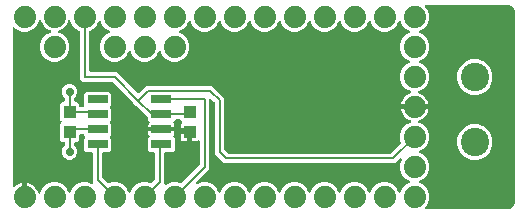
<source format=gbr>
G04 EAGLE Gerber RS-274X export*
G75*
%MOMM*%
%FSLAX34Y34*%
%LPD*%
%AMOC8*
5,1,8,0,0,1.08239X$1,22.5*%
G01*
%ADD10C,1.879600*%
%ADD11R,1.000000X1.100000*%
%ADD12R,1.700000X0.700000*%
%ADD13C,2.400000*%
%ADD14C,0.203200*%
%ADD15C,0.508000*%
%ADD16C,0.705600*%

G36*
X322721Y49416D02*
X322721Y49416D01*
X322809Y49419D01*
X322862Y49436D01*
X322916Y49444D01*
X322996Y49479D01*
X323079Y49506D01*
X323119Y49534D01*
X323176Y49560D01*
X323289Y49656D01*
X323353Y49701D01*
X331210Y57559D01*
X331211Y57560D01*
X331213Y57561D01*
X331297Y57674D01*
X331381Y57786D01*
X331382Y57787D01*
X331383Y57789D01*
X331433Y57922D01*
X331482Y58052D01*
X331483Y58053D01*
X331483Y58055D01*
X331494Y58195D01*
X331506Y58335D01*
X331506Y58336D01*
X331506Y58338D01*
X331502Y58354D01*
X331450Y58614D01*
X331436Y58641D01*
X331430Y58665D01*
X330453Y61024D01*
X330453Y65976D01*
X332348Y70551D01*
X335849Y74052D01*
X339511Y75569D01*
X339571Y75604D01*
X339635Y75630D01*
X339693Y75676D01*
X339756Y75713D01*
X339804Y75763D01*
X339858Y75806D01*
X339901Y75866D01*
X339951Y75920D01*
X339983Y75981D01*
X340023Y76038D01*
X340048Y76107D01*
X340082Y76173D01*
X340095Y76240D01*
X340118Y76306D01*
X340122Y76379D01*
X340137Y76452D01*
X340131Y76520D01*
X340135Y76589D01*
X340119Y76661D01*
X340112Y76735D01*
X340087Y76799D01*
X340072Y76867D01*
X340037Y76931D01*
X340010Y77000D01*
X339969Y77055D01*
X339935Y77116D01*
X339883Y77168D01*
X339839Y77227D01*
X339783Y77268D01*
X339734Y77317D01*
X339679Y77346D01*
X339611Y77397D01*
X339503Y77438D01*
X339437Y77472D01*
X338317Y77836D01*
X336643Y78689D01*
X335122Y79794D01*
X333794Y81122D01*
X332689Y82643D01*
X331836Y84317D01*
X331255Y86104D01*
X331134Y86869D01*
X341884Y86869D01*
X341942Y86877D01*
X342000Y86875D01*
X342082Y86897D01*
X342165Y86909D01*
X342219Y86933D01*
X342275Y86947D01*
X342348Y86990D01*
X342425Y87025D01*
X342469Y87063D01*
X342520Y87093D01*
X342577Y87154D01*
X342642Y87209D01*
X342674Y87257D01*
X342714Y87300D01*
X342753Y87375D01*
X342799Y87445D01*
X342817Y87501D01*
X342844Y87553D01*
X342855Y87621D01*
X342885Y87716D01*
X342888Y87816D01*
X342899Y87884D01*
X342899Y89916D01*
X342892Y89964D01*
X342892Y89969D01*
X342891Y89974D01*
X342892Y90032D01*
X342871Y90114D01*
X342859Y90197D01*
X342835Y90251D01*
X342821Y90307D01*
X342778Y90380D01*
X342743Y90457D01*
X342705Y90502D01*
X342675Y90552D01*
X342614Y90610D01*
X342559Y90674D01*
X342511Y90706D01*
X342468Y90746D01*
X342393Y90785D01*
X342323Y90831D01*
X342267Y90849D01*
X342215Y90876D01*
X342147Y90887D01*
X342052Y90917D01*
X341952Y90920D01*
X341884Y90931D01*
X331134Y90931D01*
X331255Y91696D01*
X331836Y93483D01*
X332689Y95157D01*
X333794Y96678D01*
X335122Y98006D01*
X336643Y99111D01*
X338317Y99964D01*
X339437Y100328D01*
X339499Y100358D01*
X339565Y100379D01*
X339626Y100420D01*
X339692Y100453D01*
X339743Y100499D01*
X339801Y100538D01*
X339848Y100594D01*
X339903Y100643D01*
X339939Y100702D01*
X339984Y100755D01*
X340014Y100822D01*
X340052Y100885D01*
X340071Y100952D01*
X340099Y101015D01*
X340109Y101088D01*
X340129Y101159D01*
X340129Y101228D01*
X340138Y101296D01*
X340128Y101369D01*
X340127Y101443D01*
X340107Y101510D01*
X340097Y101578D01*
X340067Y101645D01*
X340046Y101716D01*
X340009Y101774D01*
X339980Y101837D01*
X339933Y101893D01*
X339893Y101955D01*
X339841Y102001D01*
X339796Y102053D01*
X339743Y102086D01*
X339679Y102143D01*
X339575Y102192D01*
X339511Y102231D01*
X335849Y103748D01*
X332348Y107249D01*
X330453Y111824D01*
X330453Y116776D01*
X332348Y121351D01*
X335849Y124852D01*
X338771Y126062D01*
X338796Y126077D01*
X338824Y126086D01*
X338919Y126149D01*
X339016Y126207D01*
X339036Y126228D01*
X339061Y126244D01*
X339134Y126331D01*
X339211Y126413D01*
X339225Y126439D01*
X339244Y126462D01*
X339290Y126565D01*
X339341Y126666D01*
X339347Y126695D01*
X339359Y126722D01*
X339375Y126834D01*
X339396Y126945D01*
X339394Y126974D01*
X339398Y127003D01*
X339382Y127115D01*
X339372Y127228D01*
X339361Y127255D01*
X339357Y127285D01*
X339311Y127388D01*
X339270Y127493D01*
X339252Y127517D01*
X339240Y127544D01*
X339167Y127630D01*
X339098Y127720D01*
X339075Y127738D01*
X339056Y127760D01*
X338989Y127802D01*
X338871Y127890D01*
X338812Y127912D01*
X338771Y127938D01*
X335849Y129148D01*
X332348Y132649D01*
X330453Y137224D01*
X330453Y142176D01*
X332348Y146751D01*
X335849Y150252D01*
X338771Y151462D01*
X338796Y151477D01*
X338824Y151486D01*
X338919Y151549D01*
X339016Y151607D01*
X339036Y151628D01*
X339061Y151644D01*
X339133Y151731D01*
X339211Y151813D01*
X339225Y151839D01*
X339243Y151862D01*
X339289Y151965D01*
X339341Y152066D01*
X339347Y152095D01*
X339359Y152122D01*
X339375Y152234D01*
X339396Y152345D01*
X339394Y152374D01*
X339398Y152403D01*
X339382Y152515D01*
X339372Y152628D01*
X339361Y152655D01*
X339357Y152684D01*
X339311Y152788D01*
X339270Y152893D01*
X339252Y152917D01*
X339240Y152944D01*
X339167Y153030D01*
X339098Y153120D01*
X339075Y153138D01*
X339056Y153160D01*
X338989Y153202D01*
X338871Y153290D01*
X338812Y153312D01*
X338771Y153338D01*
X335849Y154548D01*
X332348Y158049D01*
X331138Y160971D01*
X331123Y160996D01*
X331114Y161024D01*
X331051Y161119D01*
X330993Y161216D01*
X330972Y161236D01*
X330956Y161261D01*
X330869Y161333D01*
X330787Y161411D01*
X330761Y161425D01*
X330738Y161443D01*
X330635Y161489D01*
X330534Y161541D01*
X330505Y161547D01*
X330478Y161559D01*
X330366Y161575D01*
X330255Y161596D01*
X330226Y161594D01*
X330197Y161598D01*
X330085Y161582D01*
X329972Y161572D01*
X329945Y161561D01*
X329916Y161557D01*
X329812Y161511D01*
X329707Y161470D01*
X329683Y161452D01*
X329656Y161440D01*
X329570Y161367D01*
X329480Y161298D01*
X329462Y161275D01*
X329440Y161256D01*
X329398Y161189D01*
X329310Y161071D01*
X329288Y161012D01*
X329262Y160971D01*
X328052Y158049D01*
X324551Y154548D01*
X319976Y152653D01*
X315024Y152653D01*
X310449Y154548D01*
X306948Y158049D01*
X305738Y160971D01*
X305723Y160996D01*
X305714Y161024D01*
X305651Y161119D01*
X305593Y161216D01*
X305572Y161236D01*
X305556Y161261D01*
X305469Y161333D01*
X305387Y161411D01*
X305361Y161425D01*
X305338Y161443D01*
X305235Y161489D01*
X305134Y161541D01*
X305105Y161547D01*
X305078Y161559D01*
X304966Y161575D01*
X304855Y161596D01*
X304826Y161594D01*
X304797Y161598D01*
X304685Y161582D01*
X304572Y161572D01*
X304545Y161561D01*
X304516Y161557D01*
X304412Y161511D01*
X304307Y161470D01*
X304283Y161452D01*
X304256Y161440D01*
X304170Y161367D01*
X304080Y161298D01*
X304062Y161275D01*
X304040Y161256D01*
X303998Y161189D01*
X303910Y161071D01*
X303888Y161012D01*
X303862Y160971D01*
X302652Y158049D01*
X299151Y154548D01*
X294576Y152653D01*
X289624Y152653D01*
X285049Y154548D01*
X281548Y158049D01*
X280338Y160971D01*
X280323Y160996D01*
X280314Y161024D01*
X280251Y161119D01*
X280193Y161216D01*
X280172Y161236D01*
X280156Y161261D01*
X280069Y161333D01*
X279987Y161411D01*
X279961Y161425D01*
X279938Y161443D01*
X279835Y161489D01*
X279734Y161541D01*
X279705Y161547D01*
X279678Y161559D01*
X279566Y161575D01*
X279455Y161596D01*
X279426Y161594D01*
X279397Y161598D01*
X279285Y161582D01*
X279172Y161572D01*
X279145Y161561D01*
X279116Y161557D01*
X279012Y161511D01*
X278907Y161470D01*
X278883Y161452D01*
X278856Y161440D01*
X278770Y161367D01*
X278680Y161298D01*
X278662Y161275D01*
X278640Y161256D01*
X278598Y161189D01*
X278510Y161071D01*
X278488Y161012D01*
X278462Y160971D01*
X277252Y158049D01*
X273751Y154548D01*
X269176Y152653D01*
X264224Y152653D01*
X259649Y154548D01*
X256148Y158049D01*
X254938Y160971D01*
X254923Y160996D01*
X254914Y161024D01*
X254851Y161119D01*
X254793Y161216D01*
X254772Y161236D01*
X254756Y161261D01*
X254669Y161333D01*
X254587Y161411D01*
X254561Y161425D01*
X254538Y161443D01*
X254435Y161489D01*
X254334Y161541D01*
X254305Y161547D01*
X254278Y161559D01*
X254166Y161575D01*
X254055Y161596D01*
X254026Y161594D01*
X253997Y161598D01*
X253885Y161582D01*
X253772Y161572D01*
X253745Y161561D01*
X253716Y161557D01*
X253612Y161511D01*
X253507Y161470D01*
X253483Y161452D01*
X253456Y161440D01*
X253370Y161367D01*
X253280Y161298D01*
X253262Y161275D01*
X253240Y161256D01*
X253198Y161189D01*
X253110Y161071D01*
X253088Y161012D01*
X253062Y160971D01*
X251852Y158049D01*
X248351Y154548D01*
X243776Y152653D01*
X238824Y152653D01*
X234249Y154548D01*
X230748Y158049D01*
X229538Y160971D01*
X229523Y160996D01*
X229514Y161024D01*
X229451Y161119D01*
X229393Y161216D01*
X229372Y161236D01*
X229356Y161261D01*
X229269Y161334D01*
X229187Y161411D01*
X229161Y161425D01*
X229138Y161444D01*
X229035Y161490D01*
X228934Y161541D01*
X228905Y161547D01*
X228878Y161559D01*
X228766Y161575D01*
X228655Y161596D01*
X228626Y161594D01*
X228597Y161598D01*
X228485Y161582D01*
X228372Y161572D01*
X228345Y161561D01*
X228315Y161557D01*
X228212Y161511D01*
X228107Y161470D01*
X228083Y161452D01*
X228056Y161440D01*
X227970Y161367D01*
X227880Y161298D01*
X227862Y161275D01*
X227840Y161256D01*
X227798Y161189D01*
X227710Y161071D01*
X227688Y161012D01*
X227662Y160971D01*
X226452Y158049D01*
X222951Y154548D01*
X218376Y152653D01*
X213424Y152653D01*
X208849Y154548D01*
X205348Y158049D01*
X204138Y160971D01*
X204123Y160996D01*
X204114Y161024D01*
X204051Y161119D01*
X203993Y161216D01*
X203972Y161236D01*
X203956Y161261D01*
X203869Y161334D01*
X203787Y161411D01*
X203761Y161425D01*
X203738Y161444D01*
X203635Y161490D01*
X203534Y161541D01*
X203505Y161547D01*
X203478Y161559D01*
X203366Y161575D01*
X203255Y161596D01*
X203226Y161594D01*
X203197Y161598D01*
X203085Y161582D01*
X202972Y161572D01*
X202945Y161561D01*
X202916Y161557D01*
X202812Y161511D01*
X202707Y161470D01*
X202683Y161452D01*
X202656Y161440D01*
X202570Y161367D01*
X202480Y161298D01*
X202462Y161275D01*
X202440Y161256D01*
X202398Y161189D01*
X202310Y161071D01*
X202288Y161012D01*
X202262Y160971D01*
X201052Y158049D01*
X197551Y154548D01*
X192976Y152653D01*
X188024Y152653D01*
X183449Y154548D01*
X179948Y158049D01*
X178738Y160971D01*
X178723Y160996D01*
X178714Y161024D01*
X178651Y161119D01*
X178593Y161216D01*
X178572Y161236D01*
X178556Y161261D01*
X178469Y161334D01*
X178387Y161411D01*
X178361Y161425D01*
X178338Y161444D01*
X178235Y161490D01*
X178134Y161541D01*
X178105Y161547D01*
X178078Y161559D01*
X177966Y161575D01*
X177855Y161596D01*
X177826Y161594D01*
X177797Y161598D01*
X177685Y161582D01*
X177572Y161572D01*
X177545Y161561D01*
X177516Y161557D01*
X177412Y161511D01*
X177307Y161470D01*
X177283Y161452D01*
X177256Y161440D01*
X177170Y161367D01*
X177080Y161298D01*
X177062Y161275D01*
X177040Y161256D01*
X176998Y161189D01*
X176910Y161071D01*
X176888Y161012D01*
X176862Y160971D01*
X175652Y158049D01*
X172151Y154548D01*
X167576Y152653D01*
X162624Y152653D01*
X158049Y154548D01*
X154548Y158049D01*
X153338Y160971D01*
X153323Y160996D01*
X153314Y161024D01*
X153251Y161119D01*
X153193Y161216D01*
X153172Y161236D01*
X153156Y161261D01*
X153069Y161334D01*
X152987Y161411D01*
X152961Y161425D01*
X152938Y161444D01*
X152835Y161490D01*
X152734Y161541D01*
X152705Y161547D01*
X152678Y161559D01*
X152566Y161575D01*
X152455Y161596D01*
X152426Y161594D01*
X152397Y161598D01*
X152285Y161582D01*
X152172Y161572D01*
X152145Y161561D01*
X152116Y161557D01*
X152012Y161511D01*
X151907Y161470D01*
X151883Y161452D01*
X151856Y161440D01*
X151770Y161367D01*
X151680Y161298D01*
X151662Y161275D01*
X151640Y161256D01*
X151598Y161189D01*
X151510Y161071D01*
X151488Y161012D01*
X151462Y160971D01*
X150252Y158049D01*
X146751Y154548D01*
X143829Y153338D01*
X143804Y153323D01*
X143776Y153314D01*
X143681Y153251D01*
X143584Y153193D01*
X143564Y153172D01*
X143539Y153156D01*
X143466Y153069D01*
X143389Y152987D01*
X143375Y152961D01*
X143356Y152938D01*
X143310Y152835D01*
X143259Y152734D01*
X143253Y152705D01*
X143241Y152678D01*
X143225Y152566D01*
X143204Y152455D01*
X143206Y152426D01*
X143202Y152397D01*
X143218Y152285D01*
X143228Y152172D01*
X143239Y152145D01*
X143243Y152116D01*
X143289Y152012D01*
X143330Y151907D01*
X143348Y151883D01*
X143360Y151856D01*
X143433Y151770D01*
X143502Y151680D01*
X143525Y151662D01*
X143544Y151640D01*
X143611Y151598D01*
X143729Y151510D01*
X143788Y151488D01*
X143829Y151462D01*
X146751Y150252D01*
X150252Y146751D01*
X152147Y142176D01*
X152147Y137224D01*
X150252Y132649D01*
X146751Y129148D01*
X142176Y127253D01*
X137224Y127253D01*
X132649Y129148D01*
X129148Y132649D01*
X127938Y135571D01*
X127923Y135596D01*
X127914Y135624D01*
X127851Y135719D01*
X127793Y135816D01*
X127772Y135836D01*
X127756Y135861D01*
X127669Y135934D01*
X127587Y136011D01*
X127561Y136025D01*
X127538Y136044D01*
X127435Y136090D01*
X127334Y136141D01*
X127305Y136147D01*
X127278Y136159D01*
X127166Y136175D01*
X127055Y136196D01*
X127026Y136194D01*
X126997Y136198D01*
X126885Y136182D01*
X126772Y136172D01*
X126745Y136161D01*
X126716Y136157D01*
X126612Y136111D01*
X126507Y136070D01*
X126483Y136052D01*
X126456Y136040D01*
X126370Y135967D01*
X126280Y135898D01*
X126262Y135875D01*
X126240Y135856D01*
X126198Y135789D01*
X126110Y135671D01*
X126088Y135612D01*
X126062Y135571D01*
X124852Y132649D01*
X121351Y129148D01*
X116776Y127253D01*
X111824Y127253D01*
X107249Y129148D01*
X103748Y132649D01*
X102538Y135571D01*
X102523Y135596D01*
X102514Y135624D01*
X102451Y135719D01*
X102393Y135816D01*
X102372Y135836D01*
X102356Y135861D01*
X102269Y135934D01*
X102187Y136011D01*
X102161Y136025D01*
X102138Y136044D01*
X102035Y136090D01*
X101934Y136141D01*
X101905Y136147D01*
X101878Y136159D01*
X101766Y136175D01*
X101655Y136196D01*
X101626Y136194D01*
X101597Y136198D01*
X101485Y136182D01*
X101372Y136172D01*
X101345Y136161D01*
X101316Y136157D01*
X101212Y136111D01*
X101107Y136070D01*
X101083Y136052D01*
X101056Y136040D01*
X100970Y135967D01*
X100880Y135898D01*
X100862Y135875D01*
X100840Y135856D01*
X100798Y135789D01*
X100710Y135671D01*
X100688Y135612D01*
X100662Y135571D01*
X99452Y132649D01*
X95951Y129148D01*
X91376Y127253D01*
X86424Y127253D01*
X81849Y129148D01*
X78348Y132649D01*
X76453Y137224D01*
X76453Y142176D01*
X78348Y146751D01*
X81849Y150252D01*
X84771Y151462D01*
X84796Y151477D01*
X84824Y151486D01*
X84919Y151549D01*
X85016Y151607D01*
X85036Y151628D01*
X85061Y151644D01*
X85134Y151731D01*
X85211Y151813D01*
X85225Y151839D01*
X85244Y151862D01*
X85290Y151965D01*
X85341Y152066D01*
X85347Y152095D01*
X85359Y152122D01*
X85375Y152234D01*
X85396Y152345D01*
X85394Y152374D01*
X85398Y152403D01*
X85382Y152515D01*
X85372Y152628D01*
X85361Y152655D01*
X85357Y152685D01*
X85311Y152788D01*
X85270Y152893D01*
X85252Y152917D01*
X85240Y152944D01*
X85167Y153030D01*
X85098Y153120D01*
X85075Y153138D01*
X85056Y153160D01*
X84989Y153202D01*
X84871Y153290D01*
X84812Y153312D01*
X84771Y153338D01*
X81849Y154548D01*
X78348Y158049D01*
X77138Y160971D01*
X77123Y160996D01*
X77114Y161024D01*
X77051Y161119D01*
X76993Y161216D01*
X76972Y161236D01*
X76956Y161261D01*
X76869Y161334D01*
X76787Y161411D01*
X76761Y161425D01*
X76738Y161444D01*
X76635Y161490D01*
X76534Y161541D01*
X76505Y161547D01*
X76478Y161559D01*
X76366Y161575D01*
X76255Y161596D01*
X76226Y161594D01*
X76197Y161598D01*
X76085Y161582D01*
X75972Y161572D01*
X75945Y161561D01*
X75916Y161557D01*
X75812Y161511D01*
X75707Y161470D01*
X75683Y161452D01*
X75656Y161440D01*
X75570Y161367D01*
X75480Y161298D01*
X75462Y161275D01*
X75440Y161256D01*
X75398Y161189D01*
X75310Y161071D01*
X75288Y161012D01*
X75262Y160971D01*
X74052Y158049D01*
X70551Y154548D01*
X68191Y153571D01*
X68190Y153570D01*
X68189Y153570D01*
X68068Y153498D01*
X67947Y153427D01*
X67946Y153425D01*
X67944Y153425D01*
X67847Y153321D01*
X67751Y153220D01*
X67751Y153218D01*
X67750Y153217D01*
X67685Y153092D01*
X67621Y152967D01*
X67621Y152966D01*
X67620Y152964D01*
X67618Y152949D01*
X67566Y152688D01*
X67569Y152658D01*
X67565Y152633D01*
X67565Y119380D01*
X67573Y119322D01*
X67571Y119264D01*
X67593Y119182D01*
X67605Y119098D01*
X67628Y119045D01*
X67643Y118989D01*
X67686Y118916D01*
X67721Y118839D01*
X67759Y118794D01*
X67788Y118744D01*
X67850Y118686D01*
X67904Y118622D01*
X67953Y118590D01*
X67996Y118550D01*
X68071Y118511D01*
X68141Y118464D01*
X68197Y118447D01*
X68249Y118420D01*
X68317Y118409D01*
X68412Y118379D01*
X68512Y118376D01*
X68580Y118365D01*
X90584Y118365D01*
X93262Y115686D01*
X108312Y100637D01*
X108358Y100602D01*
X108399Y100559D01*
X108472Y100516D01*
X108539Y100466D01*
X108593Y100445D01*
X108644Y100416D01*
X108726Y100395D01*
X108804Y100365D01*
X108863Y100360D01*
X108919Y100345D01*
X109004Y100348D01*
X109088Y100341D01*
X109145Y100353D01*
X109204Y100354D01*
X109284Y100380D01*
X109366Y100397D01*
X109418Y100424D01*
X109474Y100442D01*
X109530Y100482D01*
X109619Y100528D01*
X109691Y100597D01*
X109747Y100637D01*
X115537Y106427D01*
X171483Y106427D01*
X181865Y96045D01*
X181865Y52904D01*
X181877Y52818D01*
X181880Y52730D01*
X181897Y52678D01*
X181905Y52623D01*
X181940Y52543D01*
X181967Y52460D01*
X181995Y52420D01*
X182021Y52363D01*
X182117Y52250D01*
X182162Y52186D01*
X184647Y49701D01*
X184717Y49649D01*
X184781Y49589D01*
X184830Y49563D01*
X184875Y49530D01*
X184956Y49499D01*
X185034Y49459D01*
X185082Y49451D01*
X185140Y49429D01*
X185288Y49417D01*
X185365Y49404D01*
X322635Y49404D01*
X322721Y49416D01*
G37*
G36*
X421696Y2549D02*
X421696Y2549D01*
X421740Y2546D01*
X422780Y2648D01*
X423056Y2715D01*
X423063Y2719D01*
X423069Y2721D01*
X424992Y3517D01*
X425019Y3533D01*
X425048Y3542D01*
X425112Y3588D01*
X425237Y3661D01*
X425281Y3708D01*
X425321Y3737D01*
X426793Y5209D01*
X426811Y5233D01*
X426835Y5253D01*
X426877Y5320D01*
X426964Y5436D01*
X426987Y5496D01*
X427013Y5538D01*
X427809Y7461D01*
X427880Y7736D01*
X427880Y7744D01*
X427882Y7750D01*
X427984Y8790D01*
X427982Y8847D01*
X427989Y8890D01*
X427989Y168910D01*
X427981Y168966D01*
X427984Y169010D01*
X427882Y170050D01*
X427815Y170326D01*
X427811Y170333D01*
X427809Y170339D01*
X427013Y172262D01*
X426997Y172289D01*
X426988Y172318D01*
X426942Y172382D01*
X426869Y172507D01*
X426822Y172551D01*
X426793Y172591D01*
X425321Y174063D01*
X425297Y174081D01*
X425277Y174105D01*
X425210Y174147D01*
X425094Y174234D01*
X425034Y174257D01*
X424992Y174283D01*
X423069Y175079D01*
X422794Y175150D01*
X422786Y175150D01*
X422780Y175152D01*
X421740Y175254D01*
X421683Y175252D01*
X421640Y175259D01*
X352794Y175259D01*
X352765Y175255D01*
X352736Y175258D01*
X352625Y175235D01*
X352513Y175219D01*
X352486Y175207D01*
X352457Y175202D01*
X352356Y175149D01*
X352253Y175103D01*
X352231Y175084D01*
X352205Y175071D01*
X352123Y174993D01*
X352036Y174920D01*
X352020Y174895D01*
X351999Y174875D01*
X351941Y174777D01*
X351879Y174683D01*
X351870Y174655D01*
X351855Y174630D01*
X351827Y174520D01*
X351793Y174412D01*
X351792Y174382D01*
X351785Y174354D01*
X351788Y174241D01*
X351786Y174128D01*
X351793Y174099D01*
X351794Y174070D01*
X351829Y173962D01*
X351857Y173853D01*
X351872Y173827D01*
X351881Y173799D01*
X351927Y173735D01*
X352003Y173608D01*
X352048Y173565D01*
X352076Y173526D01*
X353452Y172151D01*
X355347Y167576D01*
X355347Y162624D01*
X353452Y158049D01*
X349951Y154548D01*
X347029Y153338D01*
X347004Y153323D01*
X346976Y153314D01*
X346881Y153251D01*
X346784Y153193D01*
X346764Y153172D01*
X346739Y153156D01*
X346666Y153069D01*
X346589Y152987D01*
X346575Y152961D01*
X346556Y152938D01*
X346510Y152835D01*
X346459Y152734D01*
X346453Y152705D01*
X346441Y152678D01*
X346425Y152566D01*
X346404Y152455D01*
X346406Y152426D01*
X346402Y152397D01*
X346418Y152285D01*
X346428Y152172D01*
X346439Y152145D01*
X346443Y152115D01*
X346489Y152012D01*
X346530Y151907D01*
X346548Y151883D01*
X346560Y151856D01*
X346633Y151770D01*
X346702Y151680D01*
X346725Y151662D01*
X346744Y151640D01*
X346811Y151598D01*
X346929Y151510D01*
X346988Y151488D01*
X347029Y151462D01*
X349951Y150252D01*
X353452Y146751D01*
X355347Y142176D01*
X355347Y137224D01*
X353452Y132649D01*
X349951Y129148D01*
X347029Y127938D01*
X347004Y127923D01*
X346976Y127914D01*
X346881Y127851D01*
X346784Y127793D01*
X346764Y127772D01*
X346739Y127756D01*
X346667Y127669D01*
X346589Y127587D01*
X346575Y127561D01*
X346557Y127538D01*
X346511Y127435D01*
X346459Y127334D01*
X346453Y127305D01*
X346441Y127278D01*
X346425Y127166D01*
X346404Y127055D01*
X346406Y127026D01*
X346402Y126997D01*
X346418Y126885D01*
X346428Y126772D01*
X346439Y126745D01*
X346443Y126716D01*
X346489Y126612D01*
X346530Y126507D01*
X346548Y126483D01*
X346560Y126456D01*
X346633Y126370D01*
X346702Y126280D01*
X346725Y126262D01*
X346744Y126240D01*
X346811Y126198D01*
X346929Y126110D01*
X346988Y126088D01*
X347029Y126062D01*
X349951Y124852D01*
X353452Y121351D01*
X355347Y116776D01*
X355347Y111824D01*
X353452Y107249D01*
X349951Y103748D01*
X346289Y102231D01*
X346229Y102196D01*
X346165Y102170D01*
X346107Y102124D01*
X346044Y102087D01*
X345996Y102037D01*
X345942Y101994D01*
X345899Y101934D01*
X345849Y101880D01*
X345817Y101819D01*
X345777Y101762D01*
X345752Y101693D01*
X345718Y101627D01*
X345705Y101560D01*
X345682Y101494D01*
X345678Y101421D01*
X345663Y101349D01*
X345669Y101280D01*
X345665Y101211D01*
X345681Y101139D01*
X345688Y101065D01*
X345713Y101001D01*
X345728Y100933D01*
X345763Y100869D01*
X345790Y100800D01*
X345832Y100745D01*
X345865Y100684D01*
X345917Y100632D01*
X345961Y100573D01*
X346017Y100532D01*
X346066Y100483D01*
X346121Y100454D01*
X346189Y100403D01*
X346297Y100362D01*
X346363Y100328D01*
X347483Y99964D01*
X349157Y99111D01*
X350678Y98006D01*
X352006Y96678D01*
X353111Y95157D01*
X353964Y93483D01*
X354545Y91696D01*
X354666Y90931D01*
X343916Y90931D01*
X343858Y90923D01*
X343800Y90925D01*
X343718Y90903D01*
X343635Y90891D01*
X343581Y90867D01*
X343525Y90853D01*
X343452Y90810D01*
X343375Y90775D01*
X343331Y90737D01*
X343280Y90707D01*
X343223Y90646D01*
X343158Y90591D01*
X343126Y90543D01*
X343086Y90500D01*
X343047Y90425D01*
X343001Y90355D01*
X342983Y90299D01*
X342956Y90247D01*
X342945Y90179D01*
X342915Y90084D01*
X342912Y89984D01*
X342901Y89916D01*
X342901Y87884D01*
X342909Y87826D01*
X342908Y87768D01*
X342929Y87686D01*
X342941Y87603D01*
X342965Y87549D01*
X342979Y87493D01*
X343022Y87420D01*
X343057Y87343D01*
X343095Y87298D01*
X343125Y87248D01*
X343186Y87190D01*
X343241Y87126D01*
X343289Y87094D01*
X343332Y87054D01*
X343407Y87015D01*
X343477Y86969D01*
X343533Y86951D01*
X343585Y86924D01*
X343653Y86913D01*
X343748Y86883D01*
X343848Y86880D01*
X343916Y86869D01*
X354666Y86869D01*
X354545Y86104D01*
X353964Y84317D01*
X353111Y82643D01*
X352006Y81122D01*
X350678Y79794D01*
X349157Y78689D01*
X347483Y77836D01*
X346363Y77472D01*
X346301Y77442D01*
X346235Y77421D01*
X346174Y77380D01*
X346108Y77347D01*
X346057Y77301D01*
X345999Y77262D01*
X345952Y77206D01*
X345897Y77157D01*
X345861Y77098D01*
X345816Y77045D01*
X345786Y76977D01*
X345747Y76915D01*
X345729Y76848D01*
X345701Y76785D01*
X345691Y76712D01*
X345671Y76641D01*
X345671Y76572D01*
X345662Y76503D01*
X345672Y76430D01*
X345673Y76357D01*
X345693Y76291D01*
X345702Y76222D01*
X345733Y76155D01*
X345754Y76084D01*
X345791Y76026D01*
X345820Y75963D01*
X345867Y75907D01*
X345907Y75845D01*
X345959Y75799D01*
X346004Y75747D01*
X346057Y75714D01*
X346121Y75657D01*
X346225Y75608D01*
X346289Y75569D01*
X349951Y74052D01*
X353452Y70551D01*
X355347Y65976D01*
X355347Y61024D01*
X353452Y56449D01*
X349951Y52948D01*
X347029Y51738D01*
X347004Y51723D01*
X346976Y51714D01*
X346881Y51651D01*
X346784Y51593D01*
X346764Y51572D01*
X346739Y51556D01*
X346666Y51469D01*
X346589Y51387D01*
X346575Y51361D01*
X346556Y51338D01*
X346510Y51235D01*
X346459Y51134D01*
X346453Y51105D01*
X346441Y51078D01*
X346425Y50966D01*
X346404Y50855D01*
X346406Y50826D01*
X346402Y50797D01*
X346418Y50685D01*
X346428Y50572D01*
X346439Y50545D01*
X346443Y50516D01*
X346489Y50412D01*
X346530Y50307D01*
X346548Y50283D01*
X346560Y50256D01*
X346633Y50170D01*
X346702Y50080D01*
X346725Y50062D01*
X346744Y50040D01*
X346811Y49998D01*
X346929Y49910D01*
X346988Y49888D01*
X347029Y49862D01*
X349951Y48652D01*
X353452Y45151D01*
X355347Y40576D01*
X355347Y35624D01*
X353452Y31049D01*
X349951Y27548D01*
X347029Y26338D01*
X347004Y26323D01*
X346976Y26314D01*
X346881Y26251D01*
X346784Y26193D01*
X346764Y26172D01*
X346739Y26156D01*
X346666Y26069D01*
X346589Y25987D01*
X346575Y25961D01*
X346556Y25938D01*
X346510Y25835D01*
X346459Y25734D01*
X346453Y25705D01*
X346441Y25678D01*
X346425Y25566D01*
X346404Y25455D01*
X346406Y25426D01*
X346402Y25397D01*
X346418Y25285D01*
X346428Y25172D01*
X346439Y25145D01*
X346443Y25116D01*
X346489Y25012D01*
X346530Y24907D01*
X346548Y24883D01*
X346560Y24856D01*
X346633Y24770D01*
X346702Y24680D01*
X346725Y24662D01*
X346744Y24640D01*
X346811Y24598D01*
X346929Y24510D01*
X346988Y24488D01*
X347029Y24462D01*
X349951Y23252D01*
X353452Y19751D01*
X355347Y15176D01*
X355347Y10224D01*
X353452Y5649D01*
X352076Y4274D01*
X352059Y4250D01*
X352036Y4231D01*
X351973Y4137D01*
X351905Y4047D01*
X351895Y4019D01*
X351879Y3995D01*
X351844Y3887D01*
X351804Y3781D01*
X351802Y3752D01*
X351793Y3724D01*
X351790Y3610D01*
X351781Y3498D01*
X351786Y3469D01*
X351786Y3440D01*
X351814Y3330D01*
X351836Y3219D01*
X351850Y3193D01*
X351857Y3165D01*
X351915Y3067D01*
X351967Y2967D01*
X351988Y2945D01*
X352003Y2920D01*
X352085Y2843D01*
X352163Y2761D01*
X352189Y2746D01*
X352210Y2726D01*
X352311Y2674D01*
X352408Y2617D01*
X352437Y2610D01*
X352463Y2596D01*
X352540Y2583D01*
X352684Y2547D01*
X352746Y2549D01*
X352794Y2541D01*
X421640Y2541D01*
X421696Y2549D01*
G37*
G36*
X13774Y12709D02*
X13774Y12709D01*
X13832Y12708D01*
X13914Y12729D01*
X13997Y12741D01*
X14051Y12765D01*
X14107Y12779D01*
X14180Y12822D01*
X14257Y12857D01*
X14302Y12895D01*
X14352Y12925D01*
X14410Y12986D01*
X14474Y13041D01*
X14506Y13089D01*
X14546Y13132D01*
X14585Y13207D01*
X14631Y13277D01*
X14649Y13333D01*
X14676Y13385D01*
X14687Y13453D01*
X14717Y13548D01*
X14720Y13648D01*
X14731Y13716D01*
X14731Y24466D01*
X15496Y24345D01*
X17283Y23764D01*
X18957Y22911D01*
X20478Y21806D01*
X21806Y20478D01*
X22911Y18957D01*
X23764Y17283D01*
X24128Y16163D01*
X24158Y16101D01*
X24179Y16035D01*
X24220Y15974D01*
X24253Y15908D01*
X24299Y15857D01*
X24338Y15799D01*
X24394Y15752D01*
X24443Y15697D01*
X24502Y15661D01*
X24555Y15616D01*
X24622Y15586D01*
X24685Y15548D01*
X24752Y15529D01*
X24815Y15501D01*
X24888Y15491D01*
X24959Y15471D01*
X25028Y15471D01*
X25096Y15462D01*
X25169Y15472D01*
X25243Y15473D01*
X25310Y15493D01*
X25378Y15503D01*
X25445Y15533D01*
X25516Y15554D01*
X25574Y15591D01*
X25637Y15620D01*
X25693Y15667D01*
X25755Y15707D01*
X25801Y15759D01*
X25853Y15804D01*
X25886Y15857D01*
X25943Y15921D01*
X25992Y16025D01*
X26031Y16089D01*
X27548Y19751D01*
X31049Y23252D01*
X35624Y25147D01*
X40576Y25147D01*
X45151Y23252D01*
X48652Y19751D01*
X49862Y16829D01*
X49877Y16804D01*
X49886Y16776D01*
X49949Y16681D01*
X50007Y16584D01*
X50028Y16564D01*
X50044Y16539D01*
X50131Y16466D01*
X50213Y16389D01*
X50239Y16375D01*
X50262Y16356D01*
X50365Y16310D01*
X50466Y16259D01*
X50495Y16253D01*
X50522Y16241D01*
X50634Y16225D01*
X50745Y16204D01*
X50774Y16206D01*
X50803Y16202D01*
X50915Y16218D01*
X51028Y16228D01*
X51055Y16239D01*
X51085Y16243D01*
X51188Y16289D01*
X51293Y16330D01*
X51317Y16348D01*
X51344Y16360D01*
X51430Y16433D01*
X51520Y16502D01*
X51538Y16525D01*
X51560Y16544D01*
X51602Y16611D01*
X51690Y16729D01*
X51712Y16788D01*
X51738Y16829D01*
X52948Y19751D01*
X56449Y23252D01*
X61024Y25147D01*
X65976Y25147D01*
X69333Y23756D01*
X69417Y23735D01*
X69497Y23704D01*
X69554Y23699D01*
X69609Y23685D01*
X69695Y23688D01*
X69780Y23680D01*
X69836Y23692D01*
X69893Y23693D01*
X69975Y23719D01*
X70059Y23736D01*
X70109Y23763D01*
X70164Y23780D01*
X70235Y23828D01*
X70311Y23867D01*
X70352Y23906D01*
X70400Y23938D01*
X70455Y24004D01*
X70517Y24063D01*
X70546Y24112D01*
X70583Y24156D01*
X70618Y24234D01*
X70661Y24308D01*
X70675Y24364D01*
X70698Y24415D01*
X70710Y24501D01*
X70731Y24584D01*
X70729Y24641D01*
X70737Y24697D01*
X70725Y24782D01*
X70722Y24868D01*
X70705Y24922D01*
X70696Y24978D01*
X70661Y25057D01*
X70635Y25139D01*
X70606Y25179D01*
X70579Y25238D01*
X70535Y25289D01*
X70535Y49586D01*
X70527Y49644D01*
X70529Y49702D01*
X70507Y49784D01*
X70495Y49868D01*
X70472Y49921D01*
X70457Y49977D01*
X70414Y50050D01*
X70379Y50127D01*
X70341Y50172D01*
X70312Y50222D01*
X70250Y50280D01*
X70196Y50344D01*
X70147Y50376D01*
X70104Y50416D01*
X70029Y50455D01*
X69959Y50502D01*
X69903Y50519D01*
X69851Y50546D01*
X69783Y50557D01*
X69688Y50587D01*
X69588Y50590D01*
X69520Y50601D01*
X64837Y50601D01*
X63051Y52387D01*
X63051Y61913D01*
X63921Y62782D01*
X63956Y62829D01*
X63998Y62869D01*
X64041Y62942D01*
X64091Y63009D01*
X64112Y63064D01*
X64142Y63114D01*
X64163Y63196D01*
X64193Y63275D01*
X64198Y63333D01*
X64212Y63390D01*
X64209Y63474D01*
X64216Y63558D01*
X64205Y63616D01*
X64203Y63674D01*
X64177Y63754D01*
X64160Y63837D01*
X64133Y63889D01*
X64115Y63945D01*
X64075Y64001D01*
X64029Y64089D01*
X63961Y64162D01*
X63921Y64218D01*
X62967Y65172D01*
X62930Y65234D01*
X62895Y65311D01*
X62857Y65356D01*
X62828Y65406D01*
X62766Y65464D01*
X62712Y65528D01*
X62663Y65560D01*
X62620Y65600D01*
X62545Y65639D01*
X62475Y65686D01*
X62419Y65703D01*
X62367Y65730D01*
X62299Y65741D01*
X62204Y65771D01*
X62104Y65774D01*
X62036Y65785D01*
X59864Y65785D01*
X59806Y65777D01*
X59748Y65779D01*
X59666Y65757D01*
X59582Y65745D01*
X59529Y65722D01*
X59473Y65707D01*
X59400Y65664D01*
X59323Y65629D01*
X59278Y65591D01*
X59228Y65562D01*
X59170Y65500D01*
X59106Y65446D01*
X59074Y65397D01*
X59034Y65354D01*
X58995Y65279D01*
X58948Y65209D01*
X58931Y65153D01*
X58904Y65101D01*
X58893Y65033D01*
X58863Y64938D01*
X58860Y64838D01*
X58849Y64770D01*
X58849Y60937D01*
X57063Y59151D01*
X55880Y59151D01*
X55822Y59143D01*
X55764Y59145D01*
X55682Y59123D01*
X55598Y59111D01*
X55545Y59088D01*
X55489Y59073D01*
X55416Y59030D01*
X55339Y58995D01*
X55294Y58957D01*
X55244Y58928D01*
X55186Y58866D01*
X55122Y58812D01*
X55090Y58763D01*
X55050Y58720D01*
X55011Y58645D01*
X54964Y58575D01*
X54947Y58519D01*
X54920Y58467D01*
X54909Y58399D01*
X54879Y58304D01*
X54876Y58204D01*
X54865Y58136D01*
X54865Y56457D01*
X54877Y56370D01*
X54880Y56283D01*
X54897Y56230D01*
X54905Y56175D01*
X54940Y56095D01*
X54967Y56012D01*
X54995Y55973D01*
X55021Y55916D01*
X55117Y55803D01*
X55162Y55739D01*
X56375Y54525D01*
X57377Y52108D01*
X57377Y49492D01*
X56375Y47075D01*
X54525Y45225D01*
X52108Y44223D01*
X49492Y44223D01*
X47075Y45225D01*
X45225Y47075D01*
X44223Y49492D01*
X44223Y52108D01*
X45225Y54525D01*
X46438Y55739D01*
X46490Y55809D01*
X46550Y55873D01*
X46576Y55922D01*
X46609Y55966D01*
X46640Y56048D01*
X46680Y56126D01*
X46688Y56173D01*
X46710Y56232D01*
X46722Y56379D01*
X46735Y56457D01*
X46735Y58136D01*
X46727Y58194D01*
X46729Y58252D01*
X46707Y58334D01*
X46695Y58418D01*
X46672Y58471D01*
X46657Y58527D01*
X46614Y58600D01*
X46579Y58677D01*
X46541Y58722D01*
X46512Y58772D01*
X46450Y58830D01*
X46396Y58894D01*
X46347Y58926D01*
X46304Y58966D01*
X46229Y59005D01*
X46159Y59052D01*
X46103Y59069D01*
X46051Y59096D01*
X45983Y59107D01*
X45888Y59137D01*
X45788Y59140D01*
X45720Y59151D01*
X44537Y59151D01*
X42751Y60937D01*
X42751Y74463D01*
X43771Y75482D01*
X43806Y75529D01*
X43848Y75569D01*
X43891Y75642D01*
X43941Y75709D01*
X43962Y75764D01*
X43992Y75814D01*
X44013Y75896D01*
X44043Y75975D01*
X44048Y76033D01*
X44062Y76090D01*
X44059Y76174D01*
X44066Y76258D01*
X44055Y76316D01*
X44053Y76374D01*
X44027Y76454D01*
X44010Y76537D01*
X43983Y76589D01*
X43965Y76645D01*
X43925Y76701D01*
X43879Y76789D01*
X43811Y76862D01*
X43771Y76918D01*
X42751Y77937D01*
X42751Y91463D01*
X44537Y93249D01*
X45720Y93249D01*
X45778Y93257D01*
X45836Y93255D01*
X45918Y93277D01*
X46002Y93289D01*
X46055Y93312D01*
X46111Y93327D01*
X46184Y93370D01*
X46261Y93405D01*
X46306Y93443D01*
X46356Y93472D01*
X46414Y93534D01*
X46478Y93588D01*
X46510Y93637D01*
X46550Y93680D01*
X46589Y93755D01*
X46636Y93825D01*
X46653Y93881D01*
X46680Y93933D01*
X46691Y94001D01*
X46721Y94096D01*
X46724Y94196D01*
X46735Y94264D01*
X46735Y95943D01*
X46727Y96004D01*
X46728Y96060D01*
X46721Y96087D01*
X46720Y96117D01*
X46703Y96170D01*
X46695Y96225D01*
X46671Y96280D01*
X46656Y96335D01*
X46642Y96359D01*
X46633Y96388D01*
X46605Y96427D01*
X46579Y96484D01*
X46541Y96530D01*
X46511Y96580D01*
X46466Y96622D01*
X46438Y96661D01*
X45225Y97875D01*
X44223Y100292D01*
X44223Y102908D01*
X45225Y105325D01*
X47075Y107175D01*
X49492Y108177D01*
X52108Y108177D01*
X54525Y107175D01*
X56375Y105325D01*
X57377Y102908D01*
X57377Y100292D01*
X56375Y97875D01*
X55162Y96661D01*
X55145Y96638D01*
X55123Y96619D01*
X55090Y96571D01*
X55050Y96527D01*
X55024Y96478D01*
X54991Y96434D01*
X54981Y96406D01*
X54965Y96383D01*
X54948Y96328D01*
X54920Y96274D01*
X54912Y96227D01*
X54890Y96168D01*
X54887Y96138D01*
X54879Y96112D01*
X54877Y96014D01*
X54865Y95943D01*
X54865Y94264D01*
X54873Y94206D01*
X54871Y94148D01*
X54893Y94066D01*
X54905Y93982D01*
X54928Y93929D01*
X54943Y93873D01*
X54986Y93800D01*
X55021Y93723D01*
X55059Y93678D01*
X55088Y93628D01*
X55150Y93570D01*
X55204Y93506D01*
X55253Y93474D01*
X55296Y93434D01*
X55371Y93395D01*
X55441Y93348D01*
X55497Y93331D01*
X55549Y93304D01*
X55617Y93293D01*
X55712Y93263D01*
X55812Y93260D01*
X55880Y93249D01*
X57063Y93249D01*
X58849Y91463D01*
X58849Y89780D01*
X58857Y89722D01*
X58855Y89664D01*
X58877Y89582D01*
X58889Y89498D01*
X58912Y89445D01*
X58927Y89389D01*
X58970Y89316D01*
X59005Y89239D01*
X59043Y89194D01*
X59072Y89144D01*
X59134Y89086D01*
X59188Y89022D01*
X59237Y88990D01*
X59280Y88950D01*
X59355Y88911D01*
X59425Y88864D01*
X59481Y88847D01*
X59533Y88820D01*
X59601Y88809D01*
X59696Y88779D01*
X59796Y88776D01*
X59864Y88765D01*
X62323Y88765D01*
X62352Y88769D01*
X62381Y88766D01*
X62492Y88789D01*
X62604Y88805D01*
X62631Y88817D01*
X62660Y88822D01*
X62760Y88874D01*
X62864Y88921D01*
X62886Y88940D01*
X62912Y88953D01*
X62994Y89031D01*
X63081Y89104D01*
X63097Y89129D01*
X63118Y89149D01*
X63175Y89247D01*
X63238Y89341D01*
X63247Y89369D01*
X63262Y89394D01*
X63290Y89504D01*
X63324Y89612D01*
X63325Y89641D01*
X63332Y89670D01*
X63328Y89783D01*
X63331Y89896D01*
X63324Y89925D01*
X63323Y89954D01*
X63288Y90062D01*
X63259Y90171D01*
X63244Y90197D01*
X63235Y90225D01*
X63190Y90288D01*
X63114Y90416D01*
X63069Y90459D01*
X63051Y90483D01*
X63051Y100013D01*
X64837Y101799D01*
X84363Y101799D01*
X86149Y100013D01*
X86149Y90487D01*
X85279Y89618D01*
X85244Y89571D01*
X85202Y89531D01*
X85159Y89458D01*
X85109Y89391D01*
X85088Y89336D01*
X85058Y89286D01*
X85037Y89204D01*
X85007Y89125D01*
X85002Y89067D01*
X84988Y89010D01*
X84991Y88926D01*
X84984Y88842D01*
X84995Y88784D01*
X84997Y88726D01*
X85023Y88646D01*
X85040Y88563D01*
X85067Y88511D01*
X85085Y88455D01*
X85125Y88399D01*
X85171Y88311D01*
X85239Y88238D01*
X85279Y88182D01*
X86149Y87313D01*
X86149Y77787D01*
X85279Y76918D01*
X85244Y76871D01*
X85202Y76831D01*
X85159Y76758D01*
X85109Y76691D01*
X85088Y76636D01*
X85058Y76586D01*
X85037Y76504D01*
X85007Y76425D01*
X85002Y76367D01*
X84988Y76310D01*
X84991Y76226D01*
X84984Y76142D01*
X84995Y76084D01*
X84997Y76026D01*
X85023Y75946D01*
X85040Y75863D01*
X85067Y75811D01*
X85085Y75755D01*
X85125Y75699D01*
X85171Y75611D01*
X85239Y75538D01*
X85279Y75482D01*
X86149Y74613D01*
X86149Y65087D01*
X85279Y64218D01*
X85244Y64171D01*
X85202Y64131D01*
X85159Y64058D01*
X85109Y63991D01*
X85088Y63936D01*
X85058Y63886D01*
X85037Y63804D01*
X85007Y63725D01*
X85002Y63667D01*
X84988Y63610D01*
X84991Y63526D01*
X84984Y63442D01*
X84995Y63384D01*
X84997Y63326D01*
X85023Y63246D01*
X85040Y63163D01*
X85067Y63111D01*
X85085Y63055D01*
X85125Y62999D01*
X85171Y62911D01*
X85239Y62839D01*
X85250Y62820D01*
X85257Y62813D01*
X85279Y62782D01*
X86149Y61913D01*
X86149Y52387D01*
X84363Y50601D01*
X79680Y50601D01*
X79622Y50593D01*
X79564Y50595D01*
X79482Y50573D01*
X79398Y50561D01*
X79345Y50538D01*
X79289Y50523D01*
X79216Y50480D01*
X79139Y50445D01*
X79094Y50407D01*
X79044Y50378D01*
X78986Y50316D01*
X78922Y50262D01*
X78890Y50213D01*
X78850Y50170D01*
X78811Y50095D01*
X78764Y50025D01*
X78747Y49969D01*
X78720Y49917D01*
X78709Y49849D01*
X78679Y49754D01*
X78676Y49654D01*
X78665Y49586D01*
X78665Y29104D01*
X78677Y29018D01*
X78680Y28930D01*
X78697Y28878D01*
X78705Y28823D01*
X78740Y28743D01*
X78767Y28660D01*
X78795Y28620D01*
X78821Y28563D01*
X78917Y28450D01*
X78962Y28386D01*
X82959Y24390D01*
X82960Y24389D01*
X82961Y24387D01*
X83071Y24305D01*
X83186Y24219D01*
X83187Y24218D01*
X83189Y24217D01*
X83321Y24167D01*
X83452Y24118D01*
X83453Y24117D01*
X83455Y24117D01*
X83599Y24105D01*
X83735Y24094D01*
X83736Y24094D01*
X83738Y24094D01*
X83754Y24098D01*
X84014Y24150D01*
X84041Y24164D01*
X84065Y24170D01*
X86424Y25147D01*
X91376Y25147D01*
X95951Y23252D01*
X99452Y19751D01*
X100662Y16829D01*
X100677Y16804D01*
X100686Y16776D01*
X100749Y16681D01*
X100807Y16584D01*
X100828Y16564D01*
X100844Y16539D01*
X100931Y16466D01*
X101013Y16389D01*
X101039Y16375D01*
X101062Y16356D01*
X101165Y16310D01*
X101266Y16259D01*
X101295Y16253D01*
X101322Y16241D01*
X101434Y16225D01*
X101545Y16204D01*
X101574Y16206D01*
X101603Y16202D01*
X101715Y16218D01*
X101828Y16228D01*
X101855Y16239D01*
X101885Y16243D01*
X101988Y16289D01*
X102093Y16330D01*
X102117Y16348D01*
X102144Y16360D01*
X102230Y16433D01*
X102320Y16502D01*
X102338Y16525D01*
X102360Y16544D01*
X102402Y16611D01*
X102490Y16729D01*
X102512Y16788D01*
X102538Y16829D01*
X103748Y19751D01*
X107249Y23252D01*
X111824Y25147D01*
X116776Y25147D01*
X119135Y24170D01*
X119136Y24169D01*
X119138Y24168D01*
X119272Y24134D01*
X119410Y24099D01*
X119412Y24099D01*
X119413Y24098D01*
X119554Y24103D01*
X119694Y24107D01*
X119696Y24107D01*
X119697Y24107D01*
X119832Y24151D01*
X119965Y24193D01*
X119966Y24194D01*
X119968Y24195D01*
X119980Y24203D01*
X120201Y24352D01*
X120221Y24375D01*
X120241Y24390D01*
X122638Y26786D01*
X122690Y26856D01*
X122750Y26920D01*
X122776Y26969D01*
X122809Y27014D01*
X122840Y27095D01*
X122880Y27173D01*
X122888Y27221D01*
X122910Y27279D01*
X122922Y27427D01*
X122935Y27504D01*
X122935Y49586D01*
X122927Y49644D01*
X122929Y49702D01*
X122907Y49784D01*
X122895Y49868D01*
X122872Y49921D01*
X122857Y49977D01*
X122814Y50050D01*
X122779Y50127D01*
X122741Y50172D01*
X122712Y50222D01*
X122650Y50280D01*
X122596Y50344D01*
X122547Y50376D01*
X122504Y50416D01*
X122429Y50455D01*
X122359Y50502D01*
X122303Y50519D01*
X122251Y50546D01*
X122183Y50557D01*
X122088Y50587D01*
X121988Y50590D01*
X121920Y50601D01*
X118837Y50601D01*
X117051Y52387D01*
X117051Y61913D01*
X118280Y63141D01*
X118315Y63188D01*
X118357Y63228D01*
X118400Y63301D01*
X118451Y63368D01*
X118472Y63423D01*
X118501Y63474D01*
X118522Y63555D01*
X118552Y63634D01*
X118557Y63693D01*
X118571Y63749D01*
X118568Y63833D01*
X118575Y63917D01*
X118564Y63975D01*
X118562Y64033D01*
X118536Y64113D01*
X118520Y64196D01*
X118493Y64248D01*
X118475Y64304D01*
X118435Y64360D01*
X118389Y64449D01*
X118320Y64521D01*
X118280Y64577D01*
X118067Y64790D01*
X117732Y65369D01*
X117559Y66016D01*
X117559Y68101D01*
X127866Y68101D01*
X127924Y68109D01*
X127982Y68107D01*
X128064Y68129D01*
X128147Y68141D01*
X128201Y68164D01*
X128257Y68179D01*
X128330Y68222D01*
X128407Y68257D01*
X128451Y68295D01*
X128502Y68324D01*
X128559Y68386D01*
X128603Y68423D01*
X128604Y68422D01*
X128659Y68358D01*
X128707Y68326D01*
X128750Y68286D01*
X128825Y68247D01*
X128895Y68200D01*
X128951Y68183D01*
X129003Y68156D01*
X129071Y68145D01*
X129166Y68115D01*
X129266Y68112D01*
X129334Y68101D01*
X139641Y68101D01*
X139641Y66016D01*
X139468Y65369D01*
X139133Y64790D01*
X138920Y64577D01*
X138885Y64530D01*
X138843Y64490D01*
X138800Y64417D01*
X138749Y64350D01*
X138728Y64295D01*
X138699Y64245D01*
X138678Y64163D01*
X138648Y64084D01*
X138643Y64026D01*
X138629Y63969D01*
X138632Y63885D01*
X138625Y63801D01*
X138636Y63744D01*
X138638Y63685D01*
X138664Y63605D01*
X138680Y63522D01*
X138707Y63470D01*
X138725Y63415D01*
X138766Y63358D01*
X138811Y63270D01*
X138880Y63198D01*
X138920Y63141D01*
X140149Y61913D01*
X140149Y52387D01*
X138363Y50601D01*
X132080Y50601D01*
X132022Y50593D01*
X131964Y50595D01*
X131882Y50573D01*
X131798Y50561D01*
X131745Y50538D01*
X131689Y50523D01*
X131616Y50480D01*
X131539Y50445D01*
X131494Y50407D01*
X131444Y50378D01*
X131386Y50316D01*
X131322Y50262D01*
X131290Y50213D01*
X131250Y50170D01*
X131211Y50095D01*
X131164Y50025D01*
X131147Y49969D01*
X131120Y49917D01*
X131109Y49849D01*
X131079Y49754D01*
X131076Y49654D01*
X131065Y49586D01*
X131065Y24115D01*
X131081Y24001D01*
X131091Y23887D01*
X131101Y23861D01*
X131105Y23833D01*
X131152Y23728D01*
X131193Y23621D01*
X131209Y23599D01*
X131221Y23574D01*
X131295Y23486D01*
X131364Y23395D01*
X131387Y23378D01*
X131404Y23357D01*
X131500Y23293D01*
X131592Y23225D01*
X131618Y23215D01*
X131641Y23199D01*
X131751Y23165D01*
X131858Y23124D01*
X131886Y23122D01*
X131912Y23114D01*
X132027Y23111D01*
X132141Y23101D01*
X132166Y23107D01*
X132196Y23106D01*
X132453Y23173D01*
X132469Y23177D01*
X137224Y25147D01*
X142176Y25147D01*
X144535Y24170D01*
X144536Y24169D01*
X144538Y24168D01*
X144672Y24134D01*
X144810Y24099D01*
X144812Y24099D01*
X144813Y24098D01*
X144954Y24103D01*
X145094Y24107D01*
X145096Y24107D01*
X145097Y24107D01*
X145230Y24150D01*
X145365Y24193D01*
X145366Y24194D01*
X145368Y24195D01*
X145380Y24203D01*
X145601Y24352D01*
X145621Y24375D01*
X145641Y24390D01*
X160738Y39486D01*
X160790Y39556D01*
X160850Y39620D01*
X160876Y39669D01*
X160909Y39714D01*
X160940Y39795D01*
X160980Y39873D01*
X160988Y39921D01*
X161010Y39979D01*
X161022Y40127D01*
X161035Y40204D01*
X161035Y59791D01*
X161031Y59820D01*
X161034Y59849D01*
X161011Y59960D01*
X160995Y60073D01*
X160983Y60099D01*
X160978Y60128D01*
X160926Y60229D01*
X160879Y60332D01*
X160860Y60354D01*
X160847Y60380D01*
X160769Y60463D01*
X160696Y60549D01*
X160671Y60565D01*
X160651Y60587D01*
X160553Y60644D01*
X160459Y60707D01*
X160431Y60715D01*
X160406Y60730D01*
X160296Y60758D01*
X160188Y60792D01*
X160159Y60793D01*
X160130Y60800D01*
X160017Y60797D01*
X159904Y60800D01*
X159875Y60792D01*
X159846Y60791D01*
X159738Y60756D01*
X159629Y60728D01*
X159603Y60713D01*
X159575Y60704D01*
X159511Y60658D01*
X159384Y60583D01*
X159341Y60537D01*
X159302Y60509D01*
X158960Y60167D01*
X158381Y59832D01*
X157734Y59659D01*
X154431Y59659D01*
X154431Y66684D01*
X154423Y66742D01*
X154424Y66800D01*
X154403Y66882D01*
X154391Y66965D01*
X154367Y67019D01*
X154353Y67075D01*
X154310Y67148D01*
X154275Y67225D01*
X154237Y67269D01*
X154207Y67320D01*
X154146Y67377D01*
X154091Y67442D01*
X154043Y67474D01*
X154000Y67514D01*
X153925Y67553D01*
X153855Y67599D01*
X153799Y67617D01*
X153747Y67644D01*
X153679Y67655D01*
X153584Y67685D01*
X153484Y67688D01*
X153416Y67699D01*
X152399Y67699D01*
X152399Y68716D01*
X152391Y68774D01*
X152392Y68832D01*
X152371Y68914D01*
X152359Y68997D01*
X152335Y69051D01*
X152321Y69107D01*
X152278Y69180D01*
X152243Y69257D01*
X152205Y69301D01*
X152175Y69352D01*
X152114Y69409D01*
X152059Y69474D01*
X152011Y69506D01*
X151968Y69546D01*
X151893Y69585D01*
X151823Y69631D01*
X151767Y69649D01*
X151715Y69676D01*
X151647Y69687D01*
X151552Y69717D01*
X151452Y69720D01*
X151384Y69731D01*
X144859Y69731D01*
X144859Y73534D01*
X145032Y74181D01*
X145367Y74760D01*
X145730Y75123D01*
X145765Y75170D01*
X145807Y75210D01*
X145850Y75283D01*
X145901Y75350D01*
X145921Y75405D01*
X145951Y75455D01*
X145972Y75537D01*
X146002Y75616D01*
X146007Y75674D01*
X146021Y75731D01*
X146018Y75815D01*
X146025Y75899D01*
X146014Y75956D01*
X146012Y76015D01*
X145986Y76095D01*
X145970Y76178D01*
X145943Y76230D01*
X145925Y76285D01*
X145885Y76342D01*
X145839Y76430D01*
X145770Y76502D01*
X145730Y76559D01*
X144101Y78188D01*
X144031Y78240D01*
X143967Y78300D01*
X143918Y78326D01*
X143873Y78359D01*
X143792Y78390D01*
X143714Y78430D01*
X143666Y78438D01*
X143608Y78460D01*
X143460Y78472D01*
X143383Y78485D01*
X141164Y78485D01*
X141106Y78477D01*
X141048Y78479D01*
X140966Y78457D01*
X140882Y78445D01*
X140829Y78422D01*
X140773Y78407D01*
X140700Y78364D01*
X140623Y78329D01*
X140578Y78291D01*
X140528Y78262D01*
X140470Y78200D01*
X140406Y78146D01*
X140374Y78097D01*
X140334Y78054D01*
X140295Y77979D01*
X140248Y77909D01*
X140238Y77877D01*
X138920Y76559D01*
X138885Y76512D01*
X138843Y76472D01*
X138800Y76399D01*
X138749Y76331D01*
X138729Y76277D01*
X138699Y76226D01*
X138678Y76145D01*
X138648Y76066D01*
X138643Y76008D01*
X138629Y75951D01*
X138632Y75866D01*
X138625Y75782D01*
X138636Y75725D01*
X138638Y75667D01*
X138664Y75586D01*
X138680Y75504D01*
X138707Y75452D01*
X138725Y75396D01*
X138765Y75340D01*
X138811Y75251D01*
X138880Y75179D01*
X138920Y75123D01*
X139133Y74910D01*
X139468Y74331D01*
X139641Y73684D01*
X139641Y71599D01*
X129334Y71599D01*
X129276Y71591D01*
X129218Y71593D01*
X129136Y71571D01*
X129053Y71559D01*
X128999Y71536D01*
X128943Y71521D01*
X128870Y71478D01*
X128793Y71443D01*
X128749Y71405D01*
X128698Y71376D01*
X128641Y71314D01*
X128597Y71277D01*
X128596Y71278D01*
X128541Y71342D01*
X128493Y71374D01*
X128450Y71414D01*
X128375Y71453D01*
X128305Y71500D01*
X128249Y71517D01*
X128197Y71544D01*
X128129Y71555D01*
X128034Y71585D01*
X127934Y71588D01*
X127866Y71599D01*
X117559Y71599D01*
X117559Y73684D01*
X117732Y74331D01*
X118067Y74910D01*
X118280Y75123D01*
X118315Y75170D01*
X118357Y75210D01*
X118400Y75283D01*
X118451Y75350D01*
X118471Y75405D01*
X118501Y75455D01*
X118522Y75537D01*
X118552Y75616D01*
X118557Y75674D01*
X118571Y75731D01*
X118568Y75815D01*
X118575Y75899D01*
X118564Y75956D01*
X118562Y76015D01*
X118536Y76095D01*
X118520Y76178D01*
X118493Y76230D01*
X118475Y76285D01*
X118435Y76342D01*
X118389Y76430D01*
X118320Y76503D01*
X118280Y76559D01*
X117051Y77787D01*
X117051Y79980D01*
X117039Y80066D01*
X117036Y80154D01*
X117019Y80206D01*
X117011Y80261D01*
X116976Y80341D01*
X116949Y80424D01*
X116921Y80464D01*
X116895Y80521D01*
X116799Y80634D01*
X116754Y80698D01*
X107707Y89745D01*
X107637Y89797D01*
X107573Y89857D01*
X107524Y89883D01*
X107479Y89916D01*
X107398Y89947D01*
X107357Y89968D01*
X104822Y92503D01*
X104799Y92574D01*
X104771Y92614D01*
X104745Y92671D01*
X104649Y92784D01*
X104604Y92848D01*
X87514Y109938D01*
X87444Y109990D01*
X87380Y110050D01*
X87331Y110076D01*
X87287Y110109D01*
X87205Y110140D01*
X87127Y110180D01*
X87079Y110188D01*
X87021Y110210D01*
X86873Y110222D01*
X86796Y110235D01*
X61816Y110235D01*
X59435Y112616D01*
X59435Y152633D01*
X59435Y152635D01*
X59435Y152636D01*
X59415Y152775D01*
X59395Y152915D01*
X59395Y152916D01*
X59395Y152918D01*
X59339Y153041D01*
X59279Y153174D01*
X59278Y153175D01*
X59277Y153177D01*
X59186Y153284D01*
X59096Y153391D01*
X59094Y153392D01*
X59093Y153393D01*
X59080Y153401D01*
X58859Y153549D01*
X58830Y153558D01*
X58809Y153571D01*
X56449Y154548D01*
X52948Y158049D01*
X51431Y161711D01*
X51396Y161771D01*
X51370Y161835D01*
X51324Y161893D01*
X51287Y161956D01*
X51237Y162004D01*
X51194Y162058D01*
X51134Y162101D01*
X51080Y162151D01*
X51019Y162183D01*
X50962Y162223D01*
X50893Y162248D01*
X50827Y162282D01*
X50760Y162295D01*
X50694Y162318D01*
X50621Y162322D01*
X50548Y162337D01*
X50480Y162331D01*
X50411Y162335D01*
X50339Y162319D01*
X50265Y162312D01*
X50201Y162287D01*
X50133Y162272D01*
X50069Y162237D01*
X50000Y162210D01*
X49945Y162169D01*
X49884Y162135D01*
X49832Y162083D01*
X49773Y162039D01*
X49732Y161983D01*
X49683Y161934D01*
X49654Y161879D01*
X49603Y161811D01*
X49562Y161703D01*
X49528Y161637D01*
X49164Y160517D01*
X48311Y158843D01*
X47206Y157322D01*
X45878Y155994D01*
X44357Y154889D01*
X42683Y154036D01*
X41563Y153672D01*
X41501Y153642D01*
X41435Y153621D01*
X41374Y153580D01*
X41308Y153547D01*
X41257Y153501D01*
X41199Y153462D01*
X41152Y153406D01*
X41097Y153357D01*
X41061Y153298D01*
X41016Y153245D01*
X40986Y153178D01*
X40947Y153115D01*
X40929Y153048D01*
X40901Y152985D01*
X40891Y152912D01*
X40871Y152841D01*
X40871Y152772D01*
X40862Y152703D01*
X40872Y152631D01*
X40873Y152557D01*
X40893Y152490D01*
X40902Y152422D01*
X40933Y152355D01*
X40954Y152284D01*
X40991Y152226D01*
X41020Y152163D01*
X41067Y152107D01*
X41107Y152045D01*
X41159Y151999D01*
X41204Y151947D01*
X41257Y151914D01*
X41321Y151857D01*
X41425Y151808D01*
X41489Y151769D01*
X45151Y150252D01*
X48652Y146751D01*
X50547Y142176D01*
X50547Y137224D01*
X48652Y132649D01*
X45151Y129148D01*
X40576Y127253D01*
X35624Y127253D01*
X31049Y129148D01*
X27548Y132649D01*
X25653Y137224D01*
X25653Y142176D01*
X27548Y146751D01*
X31049Y150252D01*
X34711Y151769D01*
X34771Y151804D01*
X34835Y151830D01*
X34893Y151876D01*
X34956Y151913D01*
X35004Y151963D01*
X35058Y152006D01*
X35101Y152066D01*
X35151Y152120D01*
X35183Y152181D01*
X35223Y152238D01*
X35248Y152307D01*
X35282Y152373D01*
X35295Y152440D01*
X35318Y152506D01*
X35322Y152579D01*
X35337Y152652D01*
X35331Y152720D01*
X35335Y152789D01*
X35319Y152861D01*
X35312Y152935D01*
X35287Y152999D01*
X35272Y153067D01*
X35237Y153131D01*
X35210Y153200D01*
X35169Y153255D01*
X35135Y153316D01*
X35083Y153368D01*
X35039Y153427D01*
X34983Y153468D01*
X34934Y153517D01*
X34879Y153546D01*
X34811Y153597D01*
X34703Y153638D01*
X34637Y153672D01*
X33517Y154036D01*
X31843Y154889D01*
X30322Y155994D01*
X28994Y157322D01*
X27889Y158843D01*
X27036Y160517D01*
X26672Y161637D01*
X26642Y161699D01*
X26621Y161765D01*
X26580Y161826D01*
X26547Y161892D01*
X26501Y161943D01*
X26462Y162001D01*
X26406Y162048D01*
X26357Y162103D01*
X26298Y162139D01*
X26245Y162184D01*
X26178Y162214D01*
X26115Y162253D01*
X26048Y162271D01*
X25985Y162299D01*
X25912Y162309D01*
X25841Y162329D01*
X25772Y162329D01*
X25703Y162338D01*
X25631Y162328D01*
X25557Y162327D01*
X25490Y162307D01*
X25422Y162298D01*
X25355Y162267D01*
X25284Y162246D01*
X25226Y162209D01*
X25163Y162180D01*
X25107Y162133D01*
X25045Y162093D01*
X24999Y162041D01*
X24947Y161996D01*
X24914Y161943D01*
X24857Y161879D01*
X24808Y161775D01*
X24769Y161711D01*
X23252Y158049D01*
X19751Y154548D01*
X15176Y152653D01*
X10224Y152653D01*
X5649Y154548D01*
X4274Y155924D01*
X4250Y155941D01*
X4231Y155964D01*
X4137Y156027D01*
X4047Y156095D01*
X4019Y156105D01*
X3995Y156121D01*
X3887Y156156D01*
X3781Y156196D01*
X3752Y156198D01*
X3724Y156207D01*
X3610Y156210D01*
X3498Y156219D01*
X3469Y156214D01*
X3440Y156214D01*
X3330Y156186D01*
X3219Y156164D01*
X3193Y156150D01*
X3165Y156143D01*
X3067Y156085D01*
X2967Y156033D01*
X2945Y156012D01*
X2920Y155997D01*
X2843Y155915D01*
X2761Y155837D01*
X2746Y155811D01*
X2726Y155790D01*
X2674Y155689D01*
X2617Y155592D01*
X2610Y155563D01*
X2596Y155537D01*
X2583Y155460D01*
X2547Y155316D01*
X2549Y155254D01*
X2541Y155206D01*
X2541Y21876D01*
X2545Y21847D01*
X2542Y21817D01*
X2565Y21706D01*
X2581Y21594D01*
X2593Y21567D01*
X2598Y21539D01*
X2651Y21438D01*
X2697Y21335D01*
X2716Y21312D01*
X2729Y21286D01*
X2807Y21204D01*
X2880Y21118D01*
X2905Y21101D01*
X2925Y21080D01*
X3023Y21023D01*
X3117Y20960D01*
X3145Y20951D01*
X3170Y20936D01*
X3280Y20909D01*
X3388Y20874D01*
X3418Y20874D01*
X3446Y20866D01*
X3559Y20870D01*
X3672Y20867D01*
X3701Y20874D01*
X3730Y20875D01*
X3838Y20910D01*
X3947Y20939D01*
X3973Y20954D01*
X4001Y20963D01*
X4065Y21009D01*
X4192Y21084D01*
X4235Y21130D01*
X4274Y21158D01*
X4922Y21806D01*
X6443Y22911D01*
X8117Y23764D01*
X9904Y24345D01*
X10669Y24466D01*
X10669Y13716D01*
X10677Y13658D01*
X10675Y13600D01*
X10697Y13518D01*
X10709Y13435D01*
X10733Y13381D01*
X10747Y13325D01*
X10790Y13252D01*
X10825Y13175D01*
X10863Y13131D01*
X10893Y13080D01*
X10954Y13023D01*
X11009Y12958D01*
X11057Y12926D01*
X11100Y12886D01*
X11175Y12847D01*
X11245Y12801D01*
X11301Y12783D01*
X11353Y12756D01*
X11421Y12745D01*
X11516Y12715D01*
X11616Y12712D01*
X11684Y12701D01*
X13716Y12701D01*
X13774Y12709D01*
G37*
G36*
X330315Y16218D02*
X330315Y16218D01*
X330428Y16228D01*
X330455Y16239D01*
X330485Y16243D01*
X330588Y16289D01*
X330693Y16330D01*
X330717Y16348D01*
X330744Y16360D01*
X330830Y16433D01*
X330920Y16502D01*
X330938Y16525D01*
X330960Y16544D01*
X331002Y16611D01*
X331090Y16729D01*
X331112Y16788D01*
X331138Y16829D01*
X332348Y19751D01*
X335849Y23252D01*
X338771Y24462D01*
X338796Y24477D01*
X338824Y24486D01*
X338919Y24549D01*
X339016Y24607D01*
X339036Y24628D01*
X339061Y24644D01*
X339134Y24731D01*
X339211Y24813D01*
X339225Y24839D01*
X339244Y24862D01*
X339290Y24965D01*
X339341Y25066D01*
X339347Y25095D01*
X339359Y25122D01*
X339375Y25234D01*
X339396Y25345D01*
X339394Y25374D01*
X339398Y25403D01*
X339382Y25515D01*
X339372Y25628D01*
X339361Y25655D01*
X339357Y25685D01*
X339311Y25788D01*
X339270Y25893D01*
X339252Y25917D01*
X339240Y25944D01*
X339167Y26030D01*
X339098Y26120D01*
X339075Y26138D01*
X339056Y26160D01*
X338989Y26202D01*
X338871Y26290D01*
X338812Y26312D01*
X338771Y26338D01*
X335849Y27548D01*
X332348Y31049D01*
X330453Y35624D01*
X330453Y40576D01*
X331844Y43933D01*
X331865Y44017D01*
X331896Y44097D01*
X331901Y44154D01*
X331915Y44209D01*
X331913Y44295D01*
X331920Y44380D01*
X331908Y44436D01*
X331907Y44493D01*
X331881Y44575D01*
X331864Y44659D01*
X331838Y44709D01*
X331820Y44764D01*
X331772Y44835D01*
X331733Y44911D01*
X331694Y44952D01*
X331662Y45000D01*
X331596Y45055D01*
X331537Y45117D01*
X331488Y45146D01*
X331444Y45183D01*
X331366Y45218D01*
X331292Y45261D01*
X331237Y45275D01*
X331185Y45298D01*
X331099Y45310D01*
X331016Y45331D01*
X330959Y45329D01*
X330903Y45337D01*
X330818Y45325D01*
X330732Y45322D01*
X330678Y45305D01*
X330622Y45296D01*
X330543Y45261D01*
X330462Y45235D01*
X330421Y45206D01*
X330363Y45179D01*
X330252Y45085D01*
X330188Y45040D01*
X329101Y43953D01*
X326423Y41274D01*
X181577Y41274D01*
X173735Y49116D01*
X173735Y92257D01*
X173723Y92343D01*
X173720Y92431D01*
X173703Y92483D01*
X173695Y92538D01*
X173660Y92618D01*
X173633Y92701D01*
X173605Y92741D01*
X173579Y92798D01*
X173483Y92911D01*
X173438Y92975D01*
X170898Y95515D01*
X170874Y95532D01*
X170855Y95555D01*
X170761Y95618D01*
X170671Y95686D01*
X170643Y95696D01*
X170619Y95712D01*
X170511Y95747D01*
X170405Y95787D01*
X170376Y95789D01*
X170348Y95798D01*
X170234Y95801D01*
X170122Y95810D01*
X170093Y95805D01*
X170064Y95805D01*
X169954Y95777D01*
X169843Y95755D01*
X169817Y95741D01*
X169789Y95734D01*
X169691Y95676D01*
X169591Y95624D01*
X169569Y95603D01*
X169544Y95588D01*
X169467Y95506D01*
X169385Y95428D01*
X169370Y95402D01*
X169350Y95381D01*
X169298Y95280D01*
X169241Y95182D01*
X169234Y95154D01*
X169220Y95128D01*
X169207Y95051D01*
X169171Y94907D01*
X169173Y94844D01*
X169165Y94797D01*
X169165Y36416D01*
X158160Y25412D01*
X158109Y25343D01*
X158050Y25281D01*
X158024Y25230D01*
X157989Y25185D01*
X157959Y25104D01*
X157919Y25028D01*
X157908Y24972D01*
X157888Y24919D01*
X157881Y24833D01*
X157864Y24749D01*
X157869Y24692D01*
X157865Y24636D01*
X157881Y24551D01*
X157889Y24466D01*
X157909Y24413D01*
X157920Y24357D01*
X157960Y24281D01*
X157991Y24201D01*
X158025Y24155D01*
X158051Y24105D01*
X158111Y24042D01*
X158162Y23974D01*
X158208Y23940D01*
X158247Y23899D01*
X158321Y23855D01*
X158390Y23804D01*
X158443Y23784D01*
X158492Y23755D01*
X158576Y23734D01*
X158656Y23703D01*
X158713Y23699D01*
X158768Y23685D01*
X158854Y23687D01*
X158940Y23681D01*
X158988Y23692D01*
X159052Y23694D01*
X159190Y23738D01*
X159267Y23756D01*
X162624Y25147D01*
X167576Y25147D01*
X172151Y23252D01*
X175652Y19751D01*
X176862Y16829D01*
X176877Y16804D01*
X176886Y16776D01*
X176949Y16681D01*
X177007Y16584D01*
X177028Y16564D01*
X177044Y16539D01*
X177131Y16466D01*
X177213Y16389D01*
X177239Y16375D01*
X177262Y16356D01*
X177365Y16310D01*
X177466Y16259D01*
X177495Y16253D01*
X177522Y16241D01*
X177634Y16225D01*
X177745Y16204D01*
X177774Y16206D01*
X177803Y16202D01*
X177915Y16218D01*
X178028Y16228D01*
X178055Y16239D01*
X178085Y16243D01*
X178188Y16289D01*
X178293Y16330D01*
X178317Y16348D01*
X178344Y16360D01*
X178430Y16433D01*
X178520Y16502D01*
X178538Y16525D01*
X178560Y16544D01*
X178602Y16611D01*
X178690Y16729D01*
X178712Y16788D01*
X178738Y16829D01*
X179948Y19751D01*
X183449Y23252D01*
X188024Y25147D01*
X192976Y25147D01*
X197551Y23252D01*
X201052Y19751D01*
X202262Y16829D01*
X202277Y16804D01*
X202286Y16776D01*
X202349Y16681D01*
X202407Y16584D01*
X202428Y16564D01*
X202444Y16539D01*
X202531Y16466D01*
X202613Y16389D01*
X202639Y16375D01*
X202662Y16356D01*
X202765Y16310D01*
X202866Y16259D01*
X202895Y16253D01*
X202922Y16241D01*
X203034Y16225D01*
X203145Y16204D01*
X203174Y16206D01*
X203203Y16202D01*
X203315Y16218D01*
X203428Y16228D01*
X203455Y16239D01*
X203485Y16243D01*
X203588Y16289D01*
X203693Y16330D01*
X203717Y16348D01*
X203744Y16360D01*
X203830Y16433D01*
X203920Y16502D01*
X203938Y16525D01*
X203960Y16544D01*
X204002Y16611D01*
X204090Y16729D01*
X204112Y16788D01*
X204138Y16829D01*
X205348Y19751D01*
X208849Y23252D01*
X213424Y25147D01*
X218376Y25147D01*
X222951Y23252D01*
X226452Y19751D01*
X227662Y16829D01*
X227677Y16804D01*
X227686Y16776D01*
X227749Y16681D01*
X227807Y16584D01*
X227828Y16564D01*
X227844Y16539D01*
X227931Y16466D01*
X228013Y16389D01*
X228039Y16375D01*
X228062Y16356D01*
X228165Y16310D01*
X228266Y16259D01*
X228295Y16253D01*
X228322Y16241D01*
X228434Y16225D01*
X228545Y16204D01*
X228574Y16206D01*
X228603Y16202D01*
X228715Y16218D01*
X228828Y16228D01*
X228855Y16239D01*
X228885Y16243D01*
X228988Y16289D01*
X229093Y16330D01*
X229117Y16348D01*
X229144Y16360D01*
X229230Y16433D01*
X229320Y16502D01*
X229338Y16525D01*
X229360Y16544D01*
X229402Y16611D01*
X229490Y16729D01*
X229512Y16788D01*
X229538Y16829D01*
X230748Y19751D01*
X234249Y23252D01*
X238824Y25147D01*
X243776Y25147D01*
X248351Y23252D01*
X251852Y19751D01*
X253062Y16829D01*
X253077Y16804D01*
X253086Y16776D01*
X253149Y16681D01*
X253207Y16584D01*
X253228Y16564D01*
X253244Y16539D01*
X253331Y16466D01*
X253413Y16389D01*
X253439Y16375D01*
X253462Y16356D01*
X253565Y16310D01*
X253666Y16259D01*
X253695Y16253D01*
X253722Y16241D01*
X253834Y16225D01*
X253945Y16204D01*
X253974Y16206D01*
X254003Y16202D01*
X254115Y16218D01*
X254228Y16228D01*
X254255Y16239D01*
X254285Y16243D01*
X254388Y16289D01*
X254493Y16330D01*
X254517Y16348D01*
X254544Y16360D01*
X254630Y16433D01*
X254720Y16502D01*
X254738Y16525D01*
X254760Y16544D01*
X254802Y16611D01*
X254890Y16729D01*
X254912Y16788D01*
X254938Y16829D01*
X256148Y19751D01*
X259649Y23252D01*
X264224Y25147D01*
X269176Y25147D01*
X273751Y23252D01*
X277252Y19751D01*
X278462Y16829D01*
X278477Y16804D01*
X278486Y16776D01*
X278549Y16681D01*
X278607Y16584D01*
X278628Y16564D01*
X278644Y16539D01*
X278731Y16466D01*
X278813Y16389D01*
X278839Y16375D01*
X278862Y16356D01*
X278965Y16310D01*
X279066Y16259D01*
X279095Y16253D01*
X279122Y16241D01*
X279234Y16225D01*
X279345Y16204D01*
X279374Y16206D01*
X279403Y16202D01*
X279515Y16218D01*
X279628Y16228D01*
X279655Y16239D01*
X279685Y16243D01*
X279788Y16289D01*
X279893Y16330D01*
X279917Y16348D01*
X279944Y16360D01*
X280030Y16433D01*
X280120Y16502D01*
X280138Y16525D01*
X280160Y16544D01*
X280202Y16611D01*
X280290Y16729D01*
X280312Y16788D01*
X280338Y16829D01*
X281548Y19751D01*
X285049Y23252D01*
X289624Y25147D01*
X294576Y25147D01*
X299151Y23252D01*
X302652Y19751D01*
X303862Y16829D01*
X303877Y16804D01*
X303886Y16776D01*
X303949Y16681D01*
X304007Y16584D01*
X304028Y16564D01*
X304044Y16539D01*
X304131Y16466D01*
X304213Y16389D01*
X304239Y16375D01*
X304262Y16356D01*
X304365Y16310D01*
X304466Y16259D01*
X304495Y16253D01*
X304522Y16241D01*
X304634Y16225D01*
X304745Y16204D01*
X304774Y16206D01*
X304803Y16202D01*
X304915Y16218D01*
X305028Y16228D01*
X305055Y16239D01*
X305085Y16243D01*
X305188Y16289D01*
X305293Y16330D01*
X305317Y16348D01*
X305344Y16360D01*
X305430Y16433D01*
X305520Y16502D01*
X305538Y16525D01*
X305560Y16544D01*
X305602Y16611D01*
X305690Y16729D01*
X305712Y16788D01*
X305738Y16829D01*
X306948Y19751D01*
X310449Y23252D01*
X315024Y25147D01*
X319976Y25147D01*
X324551Y23252D01*
X328052Y19751D01*
X329262Y16829D01*
X329277Y16804D01*
X329286Y16776D01*
X329349Y16681D01*
X329407Y16584D01*
X329428Y16564D01*
X329444Y16539D01*
X329531Y16466D01*
X329613Y16389D01*
X329639Y16375D01*
X329662Y16356D01*
X329765Y16310D01*
X329866Y16259D01*
X329895Y16253D01*
X329922Y16241D01*
X330034Y16225D01*
X330145Y16204D01*
X330174Y16206D01*
X330203Y16202D01*
X330315Y16218D01*
G37*
%LPC*%
G36*
X390707Y99251D02*
X390707Y99251D01*
X385176Y101542D01*
X380942Y105776D01*
X378651Y111307D01*
X378651Y117293D01*
X380942Y122824D01*
X385176Y127058D01*
X390707Y129349D01*
X396693Y129349D01*
X402224Y127058D01*
X406458Y122824D01*
X408749Y117293D01*
X408749Y111307D01*
X406458Y105776D01*
X402224Y101542D01*
X396693Y99251D01*
X390707Y99251D01*
G37*
%LPD*%
%LPC*%
G36*
X390707Y44251D02*
X390707Y44251D01*
X385176Y46542D01*
X380942Y50776D01*
X378651Y56307D01*
X378651Y62293D01*
X380942Y67824D01*
X385176Y72058D01*
X390707Y74349D01*
X396693Y74349D01*
X402224Y72058D01*
X406458Y67824D01*
X408749Y62293D01*
X408749Y56307D01*
X406458Y50776D01*
X402224Y46542D01*
X396693Y44251D01*
X390707Y44251D01*
G37*
%LPD*%
%LPC*%
G36*
X147066Y59659D02*
X147066Y59659D01*
X146419Y59832D01*
X145840Y60167D01*
X145367Y60640D01*
X145032Y61219D01*
X144859Y61866D01*
X144859Y65669D01*
X150369Y65669D01*
X150369Y59659D01*
X147066Y59659D01*
G37*
%LPD*%
D10*
X342900Y165100D03*
X317500Y165100D03*
X292100Y165100D03*
X266700Y165100D03*
X241300Y165100D03*
X215900Y165100D03*
X190500Y165100D03*
X165100Y165100D03*
X139700Y165100D03*
X114300Y165100D03*
X88900Y165100D03*
X63500Y165100D03*
X38100Y165100D03*
X12700Y165100D03*
X342900Y12700D03*
X317500Y12700D03*
X292100Y12700D03*
X266700Y12700D03*
X241300Y12700D03*
X215900Y12700D03*
X190500Y12700D03*
X165100Y12700D03*
X139700Y12700D03*
X114300Y12700D03*
X88900Y12700D03*
X63500Y12700D03*
X38100Y12700D03*
X12700Y12700D03*
X342900Y139700D03*
X342900Y114300D03*
X342900Y88900D03*
X342900Y63500D03*
X342900Y38100D03*
X139700Y139700D03*
X114300Y139700D03*
X88900Y139700D03*
X38100Y139700D03*
D11*
X152400Y67700D03*
X152400Y84700D03*
D12*
X128600Y57150D03*
X128600Y69850D03*
X128600Y82550D03*
X128600Y95250D03*
X74600Y95250D03*
X74600Y82550D03*
X74600Y69850D03*
X74600Y57150D03*
D11*
X50800Y84700D03*
X50800Y67700D03*
D13*
X393700Y59300D03*
X393700Y114300D03*
D14*
X150250Y82550D02*
X128600Y82550D01*
X150250Y82550D02*
X152400Y84700D01*
X128600Y82550D02*
X120650Y82550D01*
X88900Y114300D02*
X63500Y114300D01*
X63500Y165100D01*
X109030Y94171D02*
X120650Y82550D01*
X109030Y94171D02*
X88900Y114300D01*
X117221Y102362D02*
X169799Y102362D01*
X109030Y94171D02*
X108966Y94107D01*
X109030Y94171D02*
X117221Y102362D01*
X109030Y94171D02*
X108966Y94107D01*
X324739Y45339D02*
X342900Y63500D01*
X177800Y94361D02*
X169799Y102362D01*
X177800Y94361D02*
X177800Y50800D01*
X183261Y45339D01*
X324739Y45339D01*
X128600Y57150D02*
X127000Y55550D01*
X127000Y25400D02*
X114300Y12700D01*
X127000Y25400D02*
X127000Y55550D01*
X128600Y95250D02*
X165100Y95250D01*
X165100Y38100D01*
X139700Y12700D01*
D15*
X52950Y69850D02*
X50800Y67700D01*
D14*
X52950Y69850D02*
X74600Y69850D01*
X50800Y67700D02*
X50800Y50800D01*
D16*
X50800Y50800D03*
D14*
X50800Y84700D02*
X72450Y84700D01*
X74600Y82550D01*
X50800Y84700D02*
X50800Y101600D01*
D16*
X50800Y101600D03*
D14*
X74600Y27000D02*
X88900Y12700D01*
X74600Y27000D02*
X74600Y57150D01*
X128600Y69850D02*
X150250Y69850D01*
X152400Y67700D01*
D16*
X304800Y38100D03*
M02*

</source>
